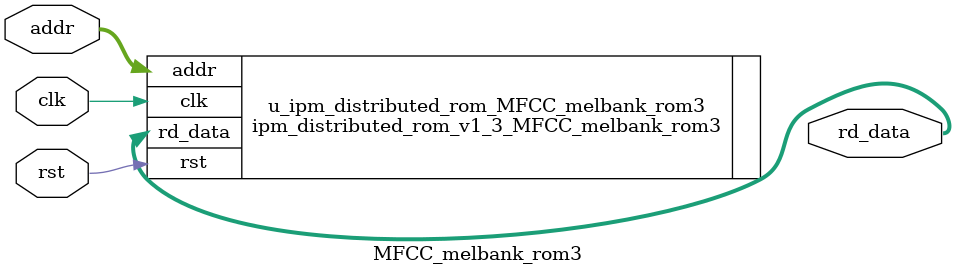
<source format=v>


`timescale 1 ns / 1 ps
module MFCC_melbank_rom3
    (
     addr        ,
     rst         ,
     clk         ,
     rd_data
    );

    localparam ADDR_WIDTH = 9 ; //@IPC int 4,10

    localparam DATA_WIDTH = 8 ; //@IPC int 1,256

    localparam RST_TYPE = "ASYNC" ; //@IPC enum ASYNC,SYNC

    localparam OUT_REG = 0 ; //@IPC bool

    localparam INIT_ENABLE = 1 ; //@IPC bool

    localparam INIT_FILE = "D:/PDS_FPGA/Audio_test/ipcore/MFCC_melbank_rom3/rtl/output2_MFCC_melbank_rom3.dat" ; //@IPC string

    localparam FILE_FORMAT = "BIN" ; //@IPC enum BIN,HEX


     output   wire  [DATA_WIDTH-1:0]       rd_data ;
     input    wire  [ADDR_WIDTH-1:0]       addr    ;
     input                                 clk     ;
     input                                 rst     ;

ipm_distributed_rom_v1_3_MFCC_melbank_rom3
   #(
     .ADDR_WIDTH    (ADDR_WIDTH     ), //address width   range:4-10
     .DATA_WIDTH    (DATA_WIDTH     ), //data width      range:4-256
     .RST_TYPE      (RST_TYPE       ), //reset type   "ASYNC_RESET" "SYNC_RESET"
     .OUT_REG       (OUT_REG        ), //output options :non_register(0)  register(1)
     .INIT_FILE     (INIT_FILE      ), //legal value:"NONE" or "initial file name"
     .FILE_FORMAT   (FILE_FORMAT    )  //initial data format : "bin" or "hex"
    )u_ipm_distributed_rom_MFCC_melbank_rom3
    (
     .rd_data       (rd_data        ),
     .addr          (addr           ),
     .clk           (clk            ),
     .rst           (rst            )

    );
endmodule

</source>
